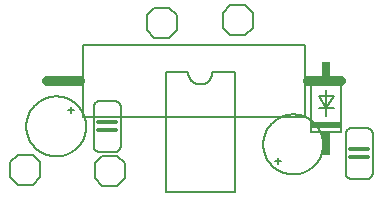
<source format=gto>
G75*
%MOIN*%
%OFA0B0*%
%FSLAX25Y25*%
%IPPOS*%
%LPD*%
%AMOC8*
5,1,8,0,0,1.08239X$1,22.5*
%
%ADD10C,0.00600*%
%ADD11R,0.10000X0.02000*%
%ADD12R,0.03000X0.07500*%
%ADD13C,0.01200*%
%ADD14C,0.00500*%
%ADD15C,0.03200*%
D10*
X0084933Y0006300D02*
X0087433Y0003800D01*
X0092433Y0003800D01*
X0094933Y0006300D01*
X0094933Y0011300D01*
X0092433Y0013800D01*
X0087433Y0013800D01*
X0084933Y0011300D01*
X0084933Y0006300D01*
X0113233Y0006000D02*
X0115733Y0003500D01*
X0120733Y0003500D01*
X0123233Y0006000D01*
X0123233Y0011000D01*
X0120733Y0013500D01*
X0115733Y0013500D01*
X0113233Y0011000D01*
X0113233Y0006000D01*
X0136833Y0001300D02*
X0159833Y0001300D01*
X0159833Y0041300D01*
X0152333Y0041300D01*
X0152331Y0041174D01*
X0152325Y0041049D01*
X0152315Y0040924D01*
X0152301Y0040799D01*
X0152284Y0040674D01*
X0152262Y0040550D01*
X0152237Y0040427D01*
X0152207Y0040305D01*
X0152174Y0040184D01*
X0152137Y0040064D01*
X0152097Y0039945D01*
X0152052Y0039828D01*
X0152004Y0039711D01*
X0151952Y0039597D01*
X0151897Y0039484D01*
X0151838Y0039373D01*
X0151776Y0039264D01*
X0151710Y0039157D01*
X0151641Y0039052D01*
X0151569Y0038949D01*
X0151494Y0038848D01*
X0151415Y0038750D01*
X0151333Y0038655D01*
X0151249Y0038562D01*
X0151161Y0038472D01*
X0151071Y0038384D01*
X0150978Y0038300D01*
X0150883Y0038218D01*
X0150785Y0038139D01*
X0150684Y0038064D01*
X0150581Y0037992D01*
X0150476Y0037923D01*
X0150369Y0037857D01*
X0150260Y0037795D01*
X0150149Y0037736D01*
X0150036Y0037681D01*
X0149922Y0037629D01*
X0149805Y0037581D01*
X0149688Y0037536D01*
X0149569Y0037496D01*
X0149449Y0037459D01*
X0149328Y0037426D01*
X0149206Y0037396D01*
X0149083Y0037371D01*
X0148959Y0037349D01*
X0148834Y0037332D01*
X0148709Y0037318D01*
X0148584Y0037308D01*
X0148459Y0037302D01*
X0148333Y0037300D01*
X0148207Y0037302D01*
X0148082Y0037308D01*
X0147957Y0037318D01*
X0147832Y0037332D01*
X0147707Y0037349D01*
X0147583Y0037371D01*
X0147460Y0037396D01*
X0147338Y0037426D01*
X0147217Y0037459D01*
X0147097Y0037496D01*
X0146978Y0037536D01*
X0146861Y0037581D01*
X0146744Y0037629D01*
X0146630Y0037681D01*
X0146517Y0037736D01*
X0146406Y0037795D01*
X0146297Y0037857D01*
X0146190Y0037923D01*
X0146085Y0037992D01*
X0145982Y0038064D01*
X0145881Y0038139D01*
X0145783Y0038218D01*
X0145688Y0038300D01*
X0145595Y0038384D01*
X0145505Y0038472D01*
X0145417Y0038562D01*
X0145333Y0038655D01*
X0145251Y0038750D01*
X0145172Y0038848D01*
X0145097Y0038949D01*
X0145025Y0039052D01*
X0144956Y0039157D01*
X0144890Y0039264D01*
X0144828Y0039373D01*
X0144769Y0039484D01*
X0144714Y0039597D01*
X0144662Y0039711D01*
X0144614Y0039828D01*
X0144569Y0039945D01*
X0144529Y0040064D01*
X0144492Y0040184D01*
X0144459Y0040305D01*
X0144429Y0040427D01*
X0144404Y0040550D01*
X0144382Y0040674D01*
X0144365Y0040799D01*
X0144351Y0040924D01*
X0144341Y0041049D01*
X0144335Y0041174D01*
X0144333Y0041300D01*
X0136833Y0041300D01*
X0136833Y0001300D01*
X0174333Y0010800D02*
X0174333Y0011800D01*
X0173333Y0011800D01*
X0174333Y0011800D02*
X0174333Y0012800D01*
X0174333Y0011800D02*
X0175333Y0011800D01*
X0169333Y0017300D02*
X0169336Y0017545D01*
X0169345Y0017791D01*
X0169360Y0018036D01*
X0169381Y0018280D01*
X0169408Y0018524D01*
X0169441Y0018767D01*
X0169480Y0019010D01*
X0169525Y0019251D01*
X0169576Y0019491D01*
X0169633Y0019730D01*
X0169695Y0019967D01*
X0169764Y0020203D01*
X0169838Y0020437D01*
X0169918Y0020669D01*
X0170003Y0020899D01*
X0170094Y0021127D01*
X0170191Y0021352D01*
X0170293Y0021576D01*
X0170401Y0021796D01*
X0170514Y0022014D01*
X0170632Y0022229D01*
X0170756Y0022441D01*
X0170884Y0022650D01*
X0171018Y0022856D01*
X0171157Y0023058D01*
X0171301Y0023257D01*
X0171450Y0023452D01*
X0171603Y0023644D01*
X0171761Y0023832D01*
X0171923Y0024016D01*
X0172091Y0024195D01*
X0172262Y0024371D01*
X0172438Y0024542D01*
X0172617Y0024710D01*
X0172801Y0024872D01*
X0172989Y0025030D01*
X0173181Y0025183D01*
X0173376Y0025332D01*
X0173575Y0025476D01*
X0173777Y0025615D01*
X0173983Y0025749D01*
X0174192Y0025877D01*
X0174404Y0026001D01*
X0174619Y0026119D01*
X0174837Y0026232D01*
X0175057Y0026340D01*
X0175281Y0026442D01*
X0175506Y0026539D01*
X0175734Y0026630D01*
X0175964Y0026715D01*
X0176196Y0026795D01*
X0176430Y0026869D01*
X0176666Y0026938D01*
X0176903Y0027000D01*
X0177142Y0027057D01*
X0177382Y0027108D01*
X0177623Y0027153D01*
X0177866Y0027192D01*
X0178109Y0027225D01*
X0178353Y0027252D01*
X0178597Y0027273D01*
X0178842Y0027288D01*
X0179088Y0027297D01*
X0179333Y0027300D01*
X0179578Y0027297D01*
X0179824Y0027288D01*
X0180069Y0027273D01*
X0180313Y0027252D01*
X0180557Y0027225D01*
X0180800Y0027192D01*
X0181043Y0027153D01*
X0181284Y0027108D01*
X0181524Y0027057D01*
X0181763Y0027000D01*
X0182000Y0026938D01*
X0182236Y0026869D01*
X0182470Y0026795D01*
X0182702Y0026715D01*
X0182932Y0026630D01*
X0183160Y0026539D01*
X0183385Y0026442D01*
X0183609Y0026340D01*
X0183829Y0026232D01*
X0184047Y0026119D01*
X0184262Y0026001D01*
X0184474Y0025877D01*
X0184683Y0025749D01*
X0184889Y0025615D01*
X0185091Y0025476D01*
X0185290Y0025332D01*
X0185485Y0025183D01*
X0185677Y0025030D01*
X0185865Y0024872D01*
X0186049Y0024710D01*
X0186228Y0024542D01*
X0186404Y0024371D01*
X0186575Y0024195D01*
X0186743Y0024016D01*
X0186905Y0023832D01*
X0187063Y0023644D01*
X0187216Y0023452D01*
X0187365Y0023257D01*
X0187509Y0023058D01*
X0187648Y0022856D01*
X0187782Y0022650D01*
X0187910Y0022441D01*
X0188034Y0022229D01*
X0188152Y0022014D01*
X0188265Y0021796D01*
X0188373Y0021576D01*
X0188475Y0021352D01*
X0188572Y0021127D01*
X0188663Y0020899D01*
X0188748Y0020669D01*
X0188828Y0020437D01*
X0188902Y0020203D01*
X0188971Y0019967D01*
X0189033Y0019730D01*
X0189090Y0019491D01*
X0189141Y0019251D01*
X0189186Y0019010D01*
X0189225Y0018767D01*
X0189258Y0018524D01*
X0189285Y0018280D01*
X0189306Y0018036D01*
X0189321Y0017791D01*
X0189330Y0017545D01*
X0189333Y0017300D01*
X0189330Y0017055D01*
X0189321Y0016809D01*
X0189306Y0016564D01*
X0189285Y0016320D01*
X0189258Y0016076D01*
X0189225Y0015833D01*
X0189186Y0015590D01*
X0189141Y0015349D01*
X0189090Y0015109D01*
X0189033Y0014870D01*
X0188971Y0014633D01*
X0188902Y0014397D01*
X0188828Y0014163D01*
X0188748Y0013931D01*
X0188663Y0013701D01*
X0188572Y0013473D01*
X0188475Y0013248D01*
X0188373Y0013024D01*
X0188265Y0012804D01*
X0188152Y0012586D01*
X0188034Y0012371D01*
X0187910Y0012159D01*
X0187782Y0011950D01*
X0187648Y0011744D01*
X0187509Y0011542D01*
X0187365Y0011343D01*
X0187216Y0011148D01*
X0187063Y0010956D01*
X0186905Y0010768D01*
X0186743Y0010584D01*
X0186575Y0010405D01*
X0186404Y0010229D01*
X0186228Y0010058D01*
X0186049Y0009890D01*
X0185865Y0009728D01*
X0185677Y0009570D01*
X0185485Y0009417D01*
X0185290Y0009268D01*
X0185091Y0009124D01*
X0184889Y0008985D01*
X0184683Y0008851D01*
X0184474Y0008723D01*
X0184262Y0008599D01*
X0184047Y0008481D01*
X0183829Y0008368D01*
X0183609Y0008260D01*
X0183385Y0008158D01*
X0183160Y0008061D01*
X0182932Y0007970D01*
X0182702Y0007885D01*
X0182470Y0007805D01*
X0182236Y0007731D01*
X0182000Y0007662D01*
X0181763Y0007600D01*
X0181524Y0007543D01*
X0181284Y0007492D01*
X0181043Y0007447D01*
X0180800Y0007408D01*
X0180557Y0007375D01*
X0180313Y0007348D01*
X0180069Y0007327D01*
X0179824Y0007312D01*
X0179578Y0007303D01*
X0179333Y0007300D01*
X0179088Y0007303D01*
X0178842Y0007312D01*
X0178597Y0007327D01*
X0178353Y0007348D01*
X0178109Y0007375D01*
X0177866Y0007408D01*
X0177623Y0007447D01*
X0177382Y0007492D01*
X0177142Y0007543D01*
X0176903Y0007600D01*
X0176666Y0007662D01*
X0176430Y0007731D01*
X0176196Y0007805D01*
X0175964Y0007885D01*
X0175734Y0007970D01*
X0175506Y0008061D01*
X0175281Y0008158D01*
X0175057Y0008260D01*
X0174837Y0008368D01*
X0174619Y0008481D01*
X0174404Y0008599D01*
X0174192Y0008723D01*
X0173983Y0008851D01*
X0173777Y0008985D01*
X0173575Y0009124D01*
X0173376Y0009268D01*
X0173181Y0009417D01*
X0172989Y0009570D01*
X0172801Y0009728D01*
X0172617Y0009890D01*
X0172438Y0010058D01*
X0172262Y0010229D01*
X0172091Y0010405D01*
X0171923Y0010584D01*
X0171761Y0010768D01*
X0171603Y0010956D01*
X0171450Y0011148D01*
X0171301Y0011343D01*
X0171157Y0011542D01*
X0171018Y0011744D01*
X0170884Y0011950D01*
X0170756Y0012159D01*
X0170632Y0012371D01*
X0170514Y0012586D01*
X0170401Y0012804D01*
X0170293Y0013024D01*
X0170191Y0013248D01*
X0170094Y0013473D01*
X0170003Y0013701D01*
X0169918Y0013931D01*
X0169838Y0014163D01*
X0169764Y0014397D01*
X0169695Y0014633D01*
X0169633Y0014870D01*
X0169576Y0015109D01*
X0169525Y0015349D01*
X0169480Y0015590D01*
X0169441Y0015833D01*
X0169408Y0016076D01*
X0169381Y0016320D01*
X0169360Y0016564D01*
X0169345Y0016809D01*
X0169336Y0017055D01*
X0169333Y0017300D01*
X0185333Y0021300D02*
X0195333Y0021300D01*
X0195333Y0037300D01*
X0185333Y0037300D01*
X0185333Y0021300D01*
X0196833Y0020800D02*
X0196833Y0007800D01*
X0196835Y0007713D01*
X0196841Y0007626D01*
X0196850Y0007539D01*
X0196863Y0007453D01*
X0196880Y0007367D01*
X0196901Y0007282D01*
X0196926Y0007199D01*
X0196954Y0007116D01*
X0196985Y0007035D01*
X0197020Y0006955D01*
X0197059Y0006877D01*
X0197101Y0006800D01*
X0197146Y0006725D01*
X0197195Y0006653D01*
X0197246Y0006582D01*
X0197301Y0006514D01*
X0197358Y0006449D01*
X0197419Y0006386D01*
X0197482Y0006325D01*
X0197547Y0006268D01*
X0197615Y0006213D01*
X0197686Y0006162D01*
X0197758Y0006113D01*
X0197833Y0006068D01*
X0197910Y0006026D01*
X0197988Y0005987D01*
X0198068Y0005952D01*
X0198149Y0005921D01*
X0198232Y0005893D01*
X0198315Y0005868D01*
X0198400Y0005847D01*
X0198486Y0005830D01*
X0198572Y0005817D01*
X0198659Y0005808D01*
X0198746Y0005802D01*
X0198833Y0005800D01*
X0203833Y0005800D01*
X0203920Y0005802D01*
X0204007Y0005808D01*
X0204094Y0005817D01*
X0204180Y0005830D01*
X0204266Y0005847D01*
X0204351Y0005868D01*
X0204434Y0005893D01*
X0204517Y0005921D01*
X0204598Y0005952D01*
X0204678Y0005987D01*
X0204756Y0006026D01*
X0204833Y0006068D01*
X0204908Y0006113D01*
X0204980Y0006162D01*
X0205051Y0006213D01*
X0205119Y0006268D01*
X0205184Y0006325D01*
X0205247Y0006386D01*
X0205308Y0006449D01*
X0205365Y0006514D01*
X0205420Y0006582D01*
X0205471Y0006653D01*
X0205520Y0006725D01*
X0205565Y0006800D01*
X0205607Y0006877D01*
X0205646Y0006955D01*
X0205681Y0007035D01*
X0205712Y0007116D01*
X0205740Y0007199D01*
X0205765Y0007282D01*
X0205786Y0007367D01*
X0205803Y0007453D01*
X0205816Y0007539D01*
X0205825Y0007626D01*
X0205831Y0007713D01*
X0205833Y0007800D01*
X0205833Y0020800D01*
X0205831Y0020887D01*
X0205825Y0020974D01*
X0205816Y0021061D01*
X0205803Y0021147D01*
X0205786Y0021233D01*
X0205765Y0021318D01*
X0205740Y0021401D01*
X0205712Y0021484D01*
X0205681Y0021565D01*
X0205646Y0021645D01*
X0205607Y0021723D01*
X0205565Y0021800D01*
X0205520Y0021875D01*
X0205471Y0021947D01*
X0205420Y0022018D01*
X0205365Y0022086D01*
X0205308Y0022151D01*
X0205247Y0022214D01*
X0205184Y0022275D01*
X0205119Y0022332D01*
X0205051Y0022387D01*
X0204980Y0022438D01*
X0204908Y0022487D01*
X0204833Y0022532D01*
X0204756Y0022574D01*
X0204678Y0022613D01*
X0204598Y0022648D01*
X0204517Y0022679D01*
X0204434Y0022707D01*
X0204351Y0022732D01*
X0204266Y0022753D01*
X0204180Y0022770D01*
X0204094Y0022783D01*
X0204007Y0022792D01*
X0203920Y0022798D01*
X0203833Y0022800D01*
X0198833Y0022800D01*
X0198746Y0022798D01*
X0198659Y0022792D01*
X0198572Y0022783D01*
X0198486Y0022770D01*
X0198400Y0022753D01*
X0198315Y0022732D01*
X0198232Y0022707D01*
X0198149Y0022679D01*
X0198068Y0022648D01*
X0197988Y0022613D01*
X0197910Y0022574D01*
X0197833Y0022532D01*
X0197758Y0022487D01*
X0197686Y0022438D01*
X0197615Y0022387D01*
X0197547Y0022332D01*
X0197482Y0022275D01*
X0197419Y0022214D01*
X0197358Y0022151D01*
X0197301Y0022086D01*
X0197246Y0022018D01*
X0197195Y0021947D01*
X0197146Y0021875D01*
X0197101Y0021800D01*
X0197059Y0021723D01*
X0197020Y0021645D01*
X0196985Y0021565D01*
X0196954Y0021484D01*
X0196926Y0021401D01*
X0196901Y0021318D01*
X0196880Y0021233D01*
X0196863Y0021147D01*
X0196850Y0021061D01*
X0196841Y0020974D01*
X0196835Y0020887D01*
X0196833Y0020800D01*
X0190333Y0026800D02*
X0190333Y0029300D01*
X0192833Y0029300D01*
X0190333Y0029300D02*
X0187833Y0029300D01*
X0190333Y0029300D02*
X0187833Y0033300D01*
X0192833Y0033300D01*
X0190333Y0029300D01*
X0190333Y0035300D01*
X0140533Y0055400D02*
X0138033Y0052900D01*
X0133033Y0052900D01*
X0130533Y0055400D01*
X0130533Y0060400D01*
X0133033Y0062900D01*
X0138033Y0062900D01*
X0140533Y0060400D01*
X0140533Y0055400D01*
X0155833Y0056100D02*
X0158333Y0053600D01*
X0163333Y0053600D01*
X0165833Y0056100D01*
X0165833Y0061100D01*
X0163333Y0063600D01*
X0158333Y0063600D01*
X0155833Y0061100D01*
X0155833Y0056100D01*
X0119833Y0031800D02*
X0114833Y0031800D01*
X0114746Y0031798D01*
X0114659Y0031792D01*
X0114572Y0031783D01*
X0114486Y0031770D01*
X0114400Y0031753D01*
X0114315Y0031732D01*
X0114232Y0031707D01*
X0114149Y0031679D01*
X0114068Y0031648D01*
X0113988Y0031613D01*
X0113910Y0031574D01*
X0113833Y0031532D01*
X0113758Y0031487D01*
X0113686Y0031438D01*
X0113615Y0031387D01*
X0113547Y0031332D01*
X0113482Y0031275D01*
X0113419Y0031214D01*
X0113358Y0031151D01*
X0113301Y0031086D01*
X0113246Y0031018D01*
X0113195Y0030947D01*
X0113146Y0030875D01*
X0113101Y0030800D01*
X0113059Y0030723D01*
X0113020Y0030645D01*
X0112985Y0030565D01*
X0112954Y0030484D01*
X0112926Y0030401D01*
X0112901Y0030318D01*
X0112880Y0030233D01*
X0112863Y0030147D01*
X0112850Y0030061D01*
X0112841Y0029974D01*
X0112835Y0029887D01*
X0112833Y0029800D01*
X0112833Y0016800D01*
X0112835Y0016713D01*
X0112841Y0016626D01*
X0112850Y0016539D01*
X0112863Y0016453D01*
X0112880Y0016367D01*
X0112901Y0016282D01*
X0112926Y0016199D01*
X0112954Y0016116D01*
X0112985Y0016035D01*
X0113020Y0015955D01*
X0113059Y0015877D01*
X0113101Y0015800D01*
X0113146Y0015725D01*
X0113195Y0015653D01*
X0113246Y0015582D01*
X0113301Y0015514D01*
X0113358Y0015449D01*
X0113419Y0015386D01*
X0113482Y0015325D01*
X0113547Y0015268D01*
X0113615Y0015213D01*
X0113686Y0015162D01*
X0113758Y0015113D01*
X0113833Y0015068D01*
X0113910Y0015026D01*
X0113988Y0014987D01*
X0114068Y0014952D01*
X0114149Y0014921D01*
X0114232Y0014893D01*
X0114315Y0014868D01*
X0114400Y0014847D01*
X0114486Y0014830D01*
X0114572Y0014817D01*
X0114659Y0014808D01*
X0114746Y0014802D01*
X0114833Y0014800D01*
X0119833Y0014800D01*
X0119920Y0014802D01*
X0120007Y0014808D01*
X0120094Y0014817D01*
X0120180Y0014830D01*
X0120266Y0014847D01*
X0120351Y0014868D01*
X0120434Y0014893D01*
X0120517Y0014921D01*
X0120598Y0014952D01*
X0120678Y0014987D01*
X0120756Y0015026D01*
X0120833Y0015068D01*
X0120908Y0015113D01*
X0120980Y0015162D01*
X0121051Y0015213D01*
X0121119Y0015268D01*
X0121184Y0015325D01*
X0121247Y0015386D01*
X0121308Y0015449D01*
X0121365Y0015514D01*
X0121420Y0015582D01*
X0121471Y0015653D01*
X0121520Y0015725D01*
X0121565Y0015800D01*
X0121607Y0015877D01*
X0121646Y0015955D01*
X0121681Y0016035D01*
X0121712Y0016116D01*
X0121740Y0016199D01*
X0121765Y0016282D01*
X0121786Y0016367D01*
X0121803Y0016453D01*
X0121816Y0016539D01*
X0121825Y0016626D01*
X0121831Y0016713D01*
X0121833Y0016800D01*
X0121833Y0029800D01*
X0121831Y0029887D01*
X0121825Y0029974D01*
X0121816Y0030061D01*
X0121803Y0030147D01*
X0121786Y0030233D01*
X0121765Y0030318D01*
X0121740Y0030401D01*
X0121712Y0030484D01*
X0121681Y0030565D01*
X0121646Y0030645D01*
X0121607Y0030723D01*
X0121565Y0030800D01*
X0121520Y0030875D01*
X0121471Y0030947D01*
X0121420Y0031018D01*
X0121365Y0031086D01*
X0121308Y0031151D01*
X0121247Y0031214D01*
X0121184Y0031275D01*
X0121119Y0031332D01*
X0121051Y0031387D01*
X0120980Y0031438D01*
X0120908Y0031487D01*
X0120833Y0031532D01*
X0120756Y0031574D01*
X0120678Y0031613D01*
X0120598Y0031648D01*
X0120517Y0031679D01*
X0120434Y0031707D01*
X0120351Y0031732D01*
X0120266Y0031753D01*
X0120180Y0031770D01*
X0120094Y0031783D01*
X0120007Y0031792D01*
X0119920Y0031798D01*
X0119833Y0031800D01*
X0106333Y0028800D02*
X0105333Y0028800D01*
X0105333Y0027800D01*
X0105333Y0028800D02*
X0104333Y0028800D01*
X0105333Y0028800D02*
X0105333Y0029800D01*
X0090333Y0023300D02*
X0090336Y0023545D01*
X0090345Y0023791D01*
X0090360Y0024036D01*
X0090381Y0024280D01*
X0090408Y0024524D01*
X0090441Y0024767D01*
X0090480Y0025010D01*
X0090525Y0025251D01*
X0090576Y0025491D01*
X0090633Y0025730D01*
X0090695Y0025967D01*
X0090764Y0026203D01*
X0090838Y0026437D01*
X0090918Y0026669D01*
X0091003Y0026899D01*
X0091094Y0027127D01*
X0091191Y0027352D01*
X0091293Y0027576D01*
X0091401Y0027796D01*
X0091514Y0028014D01*
X0091632Y0028229D01*
X0091756Y0028441D01*
X0091884Y0028650D01*
X0092018Y0028856D01*
X0092157Y0029058D01*
X0092301Y0029257D01*
X0092450Y0029452D01*
X0092603Y0029644D01*
X0092761Y0029832D01*
X0092923Y0030016D01*
X0093091Y0030195D01*
X0093262Y0030371D01*
X0093438Y0030542D01*
X0093617Y0030710D01*
X0093801Y0030872D01*
X0093989Y0031030D01*
X0094181Y0031183D01*
X0094376Y0031332D01*
X0094575Y0031476D01*
X0094777Y0031615D01*
X0094983Y0031749D01*
X0095192Y0031877D01*
X0095404Y0032001D01*
X0095619Y0032119D01*
X0095837Y0032232D01*
X0096057Y0032340D01*
X0096281Y0032442D01*
X0096506Y0032539D01*
X0096734Y0032630D01*
X0096964Y0032715D01*
X0097196Y0032795D01*
X0097430Y0032869D01*
X0097666Y0032938D01*
X0097903Y0033000D01*
X0098142Y0033057D01*
X0098382Y0033108D01*
X0098623Y0033153D01*
X0098866Y0033192D01*
X0099109Y0033225D01*
X0099353Y0033252D01*
X0099597Y0033273D01*
X0099842Y0033288D01*
X0100088Y0033297D01*
X0100333Y0033300D01*
X0100578Y0033297D01*
X0100824Y0033288D01*
X0101069Y0033273D01*
X0101313Y0033252D01*
X0101557Y0033225D01*
X0101800Y0033192D01*
X0102043Y0033153D01*
X0102284Y0033108D01*
X0102524Y0033057D01*
X0102763Y0033000D01*
X0103000Y0032938D01*
X0103236Y0032869D01*
X0103470Y0032795D01*
X0103702Y0032715D01*
X0103932Y0032630D01*
X0104160Y0032539D01*
X0104385Y0032442D01*
X0104609Y0032340D01*
X0104829Y0032232D01*
X0105047Y0032119D01*
X0105262Y0032001D01*
X0105474Y0031877D01*
X0105683Y0031749D01*
X0105889Y0031615D01*
X0106091Y0031476D01*
X0106290Y0031332D01*
X0106485Y0031183D01*
X0106677Y0031030D01*
X0106865Y0030872D01*
X0107049Y0030710D01*
X0107228Y0030542D01*
X0107404Y0030371D01*
X0107575Y0030195D01*
X0107743Y0030016D01*
X0107905Y0029832D01*
X0108063Y0029644D01*
X0108216Y0029452D01*
X0108365Y0029257D01*
X0108509Y0029058D01*
X0108648Y0028856D01*
X0108782Y0028650D01*
X0108910Y0028441D01*
X0109034Y0028229D01*
X0109152Y0028014D01*
X0109265Y0027796D01*
X0109373Y0027576D01*
X0109475Y0027352D01*
X0109572Y0027127D01*
X0109663Y0026899D01*
X0109748Y0026669D01*
X0109828Y0026437D01*
X0109902Y0026203D01*
X0109971Y0025967D01*
X0110033Y0025730D01*
X0110090Y0025491D01*
X0110141Y0025251D01*
X0110186Y0025010D01*
X0110225Y0024767D01*
X0110258Y0024524D01*
X0110285Y0024280D01*
X0110306Y0024036D01*
X0110321Y0023791D01*
X0110330Y0023545D01*
X0110333Y0023300D01*
X0110330Y0023055D01*
X0110321Y0022809D01*
X0110306Y0022564D01*
X0110285Y0022320D01*
X0110258Y0022076D01*
X0110225Y0021833D01*
X0110186Y0021590D01*
X0110141Y0021349D01*
X0110090Y0021109D01*
X0110033Y0020870D01*
X0109971Y0020633D01*
X0109902Y0020397D01*
X0109828Y0020163D01*
X0109748Y0019931D01*
X0109663Y0019701D01*
X0109572Y0019473D01*
X0109475Y0019248D01*
X0109373Y0019024D01*
X0109265Y0018804D01*
X0109152Y0018586D01*
X0109034Y0018371D01*
X0108910Y0018159D01*
X0108782Y0017950D01*
X0108648Y0017744D01*
X0108509Y0017542D01*
X0108365Y0017343D01*
X0108216Y0017148D01*
X0108063Y0016956D01*
X0107905Y0016768D01*
X0107743Y0016584D01*
X0107575Y0016405D01*
X0107404Y0016229D01*
X0107228Y0016058D01*
X0107049Y0015890D01*
X0106865Y0015728D01*
X0106677Y0015570D01*
X0106485Y0015417D01*
X0106290Y0015268D01*
X0106091Y0015124D01*
X0105889Y0014985D01*
X0105683Y0014851D01*
X0105474Y0014723D01*
X0105262Y0014599D01*
X0105047Y0014481D01*
X0104829Y0014368D01*
X0104609Y0014260D01*
X0104385Y0014158D01*
X0104160Y0014061D01*
X0103932Y0013970D01*
X0103702Y0013885D01*
X0103470Y0013805D01*
X0103236Y0013731D01*
X0103000Y0013662D01*
X0102763Y0013600D01*
X0102524Y0013543D01*
X0102284Y0013492D01*
X0102043Y0013447D01*
X0101800Y0013408D01*
X0101557Y0013375D01*
X0101313Y0013348D01*
X0101069Y0013327D01*
X0100824Y0013312D01*
X0100578Y0013303D01*
X0100333Y0013300D01*
X0100088Y0013303D01*
X0099842Y0013312D01*
X0099597Y0013327D01*
X0099353Y0013348D01*
X0099109Y0013375D01*
X0098866Y0013408D01*
X0098623Y0013447D01*
X0098382Y0013492D01*
X0098142Y0013543D01*
X0097903Y0013600D01*
X0097666Y0013662D01*
X0097430Y0013731D01*
X0097196Y0013805D01*
X0096964Y0013885D01*
X0096734Y0013970D01*
X0096506Y0014061D01*
X0096281Y0014158D01*
X0096057Y0014260D01*
X0095837Y0014368D01*
X0095619Y0014481D01*
X0095404Y0014599D01*
X0095192Y0014723D01*
X0094983Y0014851D01*
X0094777Y0014985D01*
X0094575Y0015124D01*
X0094376Y0015268D01*
X0094181Y0015417D01*
X0093989Y0015570D01*
X0093801Y0015728D01*
X0093617Y0015890D01*
X0093438Y0016058D01*
X0093262Y0016229D01*
X0093091Y0016405D01*
X0092923Y0016584D01*
X0092761Y0016768D01*
X0092603Y0016956D01*
X0092450Y0017148D01*
X0092301Y0017343D01*
X0092157Y0017542D01*
X0092018Y0017744D01*
X0091884Y0017950D01*
X0091756Y0018159D01*
X0091632Y0018371D01*
X0091514Y0018586D01*
X0091401Y0018804D01*
X0091293Y0019024D01*
X0091191Y0019248D01*
X0091094Y0019473D01*
X0091003Y0019701D01*
X0090918Y0019931D01*
X0090838Y0020163D01*
X0090764Y0020397D01*
X0090695Y0020633D01*
X0090633Y0020870D01*
X0090576Y0021109D01*
X0090525Y0021349D01*
X0090480Y0021590D01*
X0090441Y0021833D01*
X0090408Y0022076D01*
X0090381Y0022320D01*
X0090360Y0022564D01*
X0090345Y0022809D01*
X0090336Y0023055D01*
X0090333Y0023300D01*
D11*
X0190333Y0023800D03*
D12*
X0190333Y0017550D03*
X0190333Y0041050D03*
D13*
X0120333Y0024600D02*
X0114333Y0024600D01*
X0114333Y0022100D02*
X0120333Y0022100D01*
X0198333Y0015600D02*
X0204333Y0015600D01*
X0204333Y0013100D02*
X0198333Y0013100D01*
D14*
X0183333Y0026300D02*
X0109333Y0026300D01*
X0109333Y0050300D01*
X0183333Y0050300D01*
X0183333Y0026300D01*
D15*
X0184333Y0038300D02*
X0195333Y0038300D01*
X0108333Y0038300D02*
X0097333Y0038300D01*
M02*

</source>
